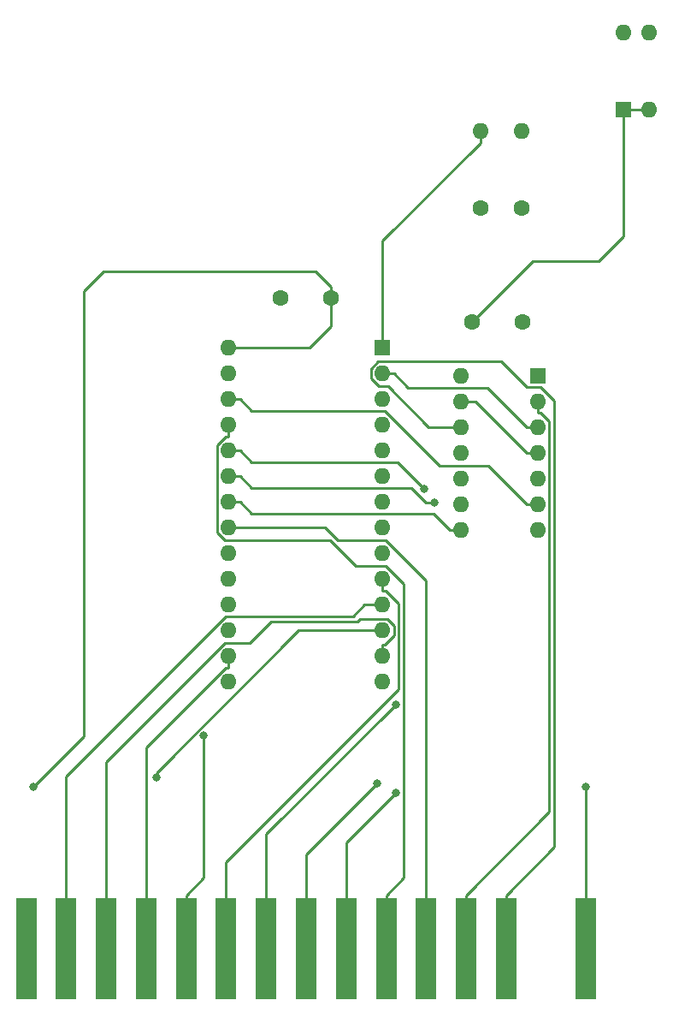
<source format=gbr>
G04 #@! TF.GenerationSoftware,KiCad,Pcbnew,7.0.10*
G04 #@! TF.CreationDate,2024-03-01T16:35:14+01:00*
G04 #@! TF.ProjectId,multicartridge-w27c512,6d756c74-6963-4617-9274-72696467652d,rev?*
G04 #@! TF.SameCoordinates,Original*
G04 #@! TF.FileFunction,Copper,L2,Bot*
G04 #@! TF.FilePolarity,Positive*
%FSLAX46Y46*%
G04 Gerber Fmt 4.6, Leading zero omitted, Abs format (unit mm)*
G04 Created by KiCad (PCBNEW 7.0.10) date 2024-03-01 16:35:14*
%MOMM*%
%LPD*%
G01*
G04 APERTURE LIST*
G04 #@! TA.AperFunction,ComponentPad*
%ADD10R,1.600000X1.600000*%
G04 #@! TD*
G04 #@! TA.AperFunction,ComponentPad*
%ADD11O,1.600000X1.600000*%
G04 #@! TD*
G04 #@! TA.AperFunction,ComponentPad*
%ADD12C,1.600000*%
G04 #@! TD*
G04 #@! TA.AperFunction,SMDPad,CuDef*
%ADD13R,2.000000X10.000000*%
G04 #@! TD*
G04 #@! TA.AperFunction,ViaPad*
%ADD14C,0.800000*%
G04 #@! TD*
G04 #@! TA.AperFunction,Conductor*
%ADD15C,0.250000*%
G04 #@! TD*
G04 APERTURE END LIST*
D10*
X114607000Y-56145000D03*
D11*
X117147000Y-56145000D03*
X117147000Y-48525000D03*
X114607000Y-48525000D03*
D10*
X106147000Y-82477000D03*
D11*
X106147000Y-85017000D03*
X106147000Y-87557000D03*
X106147000Y-90097000D03*
X106147000Y-92637000D03*
X106147000Y-95177000D03*
X106147000Y-97717000D03*
X98527000Y-97717000D03*
X98527000Y-95177000D03*
X98527000Y-92637000D03*
X98527000Y-90097000D03*
X98527000Y-87557000D03*
X98527000Y-85017000D03*
X98527000Y-82477000D03*
D12*
X99647000Y-77143000D03*
X104647000Y-77143000D03*
X85685000Y-74785000D03*
X80685000Y-74785000D03*
D13*
X55465000Y-139192000D03*
X59425000Y-139192000D03*
X63385000Y-139192000D03*
X67345000Y-139192000D03*
X71305000Y-139192000D03*
X75265000Y-139192000D03*
X79225000Y-139192000D03*
X83185000Y-139192000D03*
X87145000Y-139192000D03*
X91105000Y-139192000D03*
X95065000Y-139192000D03*
X99025000Y-139192000D03*
X102985000Y-139192000D03*
X110905000Y-139192000D03*
D12*
X100457000Y-65955000D03*
D11*
X100457000Y-58335000D03*
D12*
X104507000Y-65955000D03*
D11*
X104507000Y-58335000D03*
D10*
X90747000Y-79745000D03*
D11*
X90747000Y-82285000D03*
X90747000Y-84825000D03*
X90747000Y-87365000D03*
X90747000Y-89905000D03*
X90747000Y-92445000D03*
X90747000Y-94985000D03*
X90747000Y-97525000D03*
X90747000Y-100065000D03*
X90747000Y-102605000D03*
X90747000Y-105145000D03*
X90747000Y-107685000D03*
X90747000Y-110225000D03*
X90747000Y-112765000D03*
X75507000Y-112765000D03*
X75507000Y-110225000D03*
X75507000Y-107685000D03*
X75507000Y-105145000D03*
X75507000Y-102605000D03*
X75507000Y-100065000D03*
X75507000Y-97525000D03*
X75507000Y-94985000D03*
X75507000Y-92445000D03*
X75507000Y-89905000D03*
X75507000Y-87365000D03*
X75507000Y-84825000D03*
X75507000Y-82285000D03*
X75507000Y-79745000D03*
D14*
X110905000Y-123145000D03*
X56147000Y-123145000D03*
X68336500Y-122252200D03*
X94876100Y-93696300D03*
X95866500Y-95064800D03*
X92057000Y-123771800D03*
X90189300Y-122797100D03*
X92088300Y-114982500D03*
X73055100Y-118064800D03*
D15*
X110905000Y-139192000D02*
X110905000Y-123145000D01*
X85685000Y-77607000D02*
X83547000Y-79745000D01*
X61147000Y-74145000D02*
X63147000Y-72145000D01*
X114607000Y-56145000D02*
X117147000Y-56145000D01*
X105645000Y-71145000D02*
X112147000Y-71145000D01*
X99647000Y-77143000D02*
X105645000Y-71145000D01*
X56147000Y-123145000D02*
X61147000Y-118145000D01*
X61147000Y-118145000D02*
X61147000Y-74145000D01*
X84147000Y-72145000D02*
X85685000Y-73683000D01*
X85685000Y-74785000D02*
X85685000Y-77607000D01*
X83547000Y-79745000D02*
X75507000Y-79745000D01*
X114607000Y-68685000D02*
X114607000Y-56145000D01*
X85685000Y-73683000D02*
X85685000Y-74785000D01*
X63147000Y-72145000D02*
X84147000Y-72145000D01*
X112147000Y-71145000D02*
X114607000Y-68685000D01*
X68336500Y-121757200D02*
X82408700Y-107685000D01*
X68336500Y-122252200D02*
X68336500Y-121757200D01*
X90747000Y-107685000D02*
X89621700Y-107685000D01*
X82408700Y-107685000D02*
X89621700Y-107685000D01*
X92210100Y-91030300D02*
X94876100Y-93696300D01*
X77757600Y-91030300D02*
X92210100Y-91030300D01*
X76632300Y-89905000D02*
X77757600Y-91030300D01*
X75507000Y-89905000D02*
X76632300Y-89905000D01*
X75507000Y-92445000D02*
X76632300Y-92445000D01*
X93573400Y-93570300D02*
X95067900Y-95064800D01*
X76632300Y-92445000D02*
X77757600Y-93570300D01*
X77757600Y-93570300D02*
X93573400Y-93570300D01*
X95067900Y-95064800D02*
X95866500Y-95064800D01*
X106147000Y-87557000D02*
X105021700Y-87557000D01*
X105021700Y-87557000D02*
X101164300Y-83699600D01*
X101164300Y-83699600D02*
X93286900Y-83699600D01*
X90747000Y-82285000D02*
X91872300Y-82285000D01*
X93286900Y-83699600D02*
X91872300Y-82285000D01*
X85037300Y-97525000D02*
X86307300Y-98795000D01*
X95065000Y-102759000D02*
X95065000Y-133866700D01*
X95065000Y-139192000D02*
X95065000Y-133866700D01*
X86307300Y-98795000D02*
X91101000Y-98795000D01*
X91101000Y-98795000D02*
X95065000Y-102759000D01*
X75507000Y-97525000D02*
X85037300Y-97525000D01*
X91084800Y-101335000D02*
X88133600Y-101335000D01*
X75225700Y-88490300D02*
X75507000Y-88490300D01*
X85593600Y-98795000D02*
X75150000Y-98795000D01*
X92823200Y-103073400D02*
X91084800Y-101335000D01*
X75507000Y-87365000D02*
X75507000Y-88490300D01*
X91105000Y-133866700D02*
X92823200Y-132148500D01*
X74353400Y-97998400D02*
X74353400Y-89362600D01*
X75150000Y-98795000D02*
X74353400Y-97998400D01*
X88133600Y-101335000D02*
X85593600Y-98795000D01*
X91105000Y-139192000D02*
X91105000Y-133866700D01*
X74353400Y-89362600D02*
X75225700Y-88490300D01*
X92823200Y-132148500D02*
X92823200Y-103073400D01*
X87145000Y-139192000D02*
X87145000Y-128683800D01*
X87145000Y-128683800D02*
X92057000Y-123771800D01*
X90189300Y-122797100D02*
X83185000Y-129801400D01*
X83185000Y-129801400D02*
X83185000Y-139192000D01*
X79225000Y-139192000D02*
X79225000Y-127845800D01*
X79225000Y-127845800D02*
X92088300Y-114982500D01*
X91028300Y-103730300D02*
X92364100Y-105066100D01*
X92364100Y-105066100D02*
X92364100Y-113513400D01*
X92364100Y-113513400D02*
X75265000Y-130612500D01*
X75265000Y-130612500D02*
X75265000Y-139192000D01*
X90747000Y-102605000D02*
X90747000Y-103730300D01*
X90747000Y-103730300D02*
X91028300Y-103730300D01*
X73055100Y-132116600D02*
X71305000Y-133866700D01*
X71305000Y-139192000D02*
X71305000Y-133866700D01*
X73055100Y-118064800D02*
X73055100Y-132116600D01*
X75507000Y-111350300D02*
X75225700Y-111350300D01*
X67345000Y-119231000D02*
X67345000Y-139192000D01*
X75507000Y-110225000D02*
X75507000Y-111350300D01*
X75225700Y-111350300D02*
X67345000Y-119231000D01*
X90991500Y-109099700D02*
X91913800Y-108177400D01*
X90747000Y-110225000D02*
X90747000Y-109099700D01*
X88533300Y-106551700D02*
X88266700Y-106818300D01*
X88266700Y-106818300D02*
X79717200Y-106818300D01*
X91242400Y-106551700D02*
X88533300Y-106551700D01*
X63385000Y-120698600D02*
X63385000Y-139192000D01*
X90747000Y-109099700D02*
X90991500Y-109099700D01*
X79717200Y-106818300D02*
X77580500Y-108955000D01*
X75128600Y-108955000D02*
X63385000Y-120698600D01*
X91913800Y-108177400D02*
X91913800Y-107223100D01*
X77580500Y-108955000D02*
X75128600Y-108955000D01*
X91913800Y-107223100D02*
X91242400Y-106551700D01*
X89621700Y-105145000D02*
X88984900Y-105145000D01*
X87859600Y-106270300D02*
X75264300Y-106270300D01*
X90747000Y-105145000D02*
X89621700Y-105145000D01*
X59425000Y-122109600D02*
X59425000Y-139192000D01*
X88984900Y-105145000D02*
X87859600Y-106270300D01*
X75264300Y-106270300D02*
X59425000Y-122109600D01*
X107740100Y-129111600D02*
X107740100Y-84974300D01*
X102985000Y-139192000D02*
X102985000Y-133866700D01*
X102525400Y-81106200D02*
X90331600Y-81106200D01*
X95288800Y-87557000D02*
X98527000Y-87557000D01*
X105021600Y-83602400D02*
X102525400Y-81106200D01*
X89580500Y-81857300D02*
X89580500Y-82745100D01*
X91286800Y-83555000D02*
X95288800Y-87557000D01*
X90390400Y-83555000D02*
X91286800Y-83555000D01*
X89580500Y-82745100D02*
X90390400Y-83555000D01*
X102985000Y-133866700D02*
X107740100Y-129111600D01*
X90331600Y-81106200D02*
X89580500Y-81857300D01*
X107740100Y-84974300D02*
X106368200Y-83602400D01*
X106368200Y-83602400D02*
X105021600Y-83602400D01*
X99941700Y-85017000D02*
X105021700Y-90097000D01*
X106147000Y-90097000D02*
X105021700Y-90097000D01*
X98527000Y-85017000D02*
X99941700Y-85017000D01*
X107272300Y-125619400D02*
X107272300Y-86986200D01*
X99025000Y-133866700D02*
X107272300Y-125619400D01*
X99025000Y-139192000D02*
X99025000Y-133866700D01*
X106147000Y-85017000D02*
X106147000Y-86142300D01*
X107272300Y-86986200D02*
X106428400Y-86142300D01*
X106428400Y-86142300D02*
X106147000Y-86142300D01*
X100457000Y-58335000D02*
X100457000Y-59460300D01*
X100457000Y-59460300D02*
X90747000Y-69170300D01*
X90747000Y-69170300D02*
X90747000Y-79745000D01*
X77757600Y-85950300D02*
X90971300Y-85950300D01*
X106147000Y-95177000D02*
X105021700Y-95177000D01*
X76632300Y-84825000D02*
X77757600Y-85950300D01*
X101211700Y-91367000D02*
X105021700Y-95177000D01*
X96388000Y-91367000D02*
X101211700Y-91367000D01*
X75507000Y-84825000D02*
X76632300Y-84825000D01*
X90971300Y-85950300D02*
X96388000Y-91367000D01*
X77757600Y-96110300D02*
X95795000Y-96110300D01*
X95795000Y-96110300D02*
X97401700Y-97717000D01*
X75507000Y-94985000D02*
X76632300Y-94985000D01*
X98527000Y-97717000D02*
X97401700Y-97717000D01*
X76632300Y-94985000D02*
X77757600Y-96110300D01*
M02*

</source>
